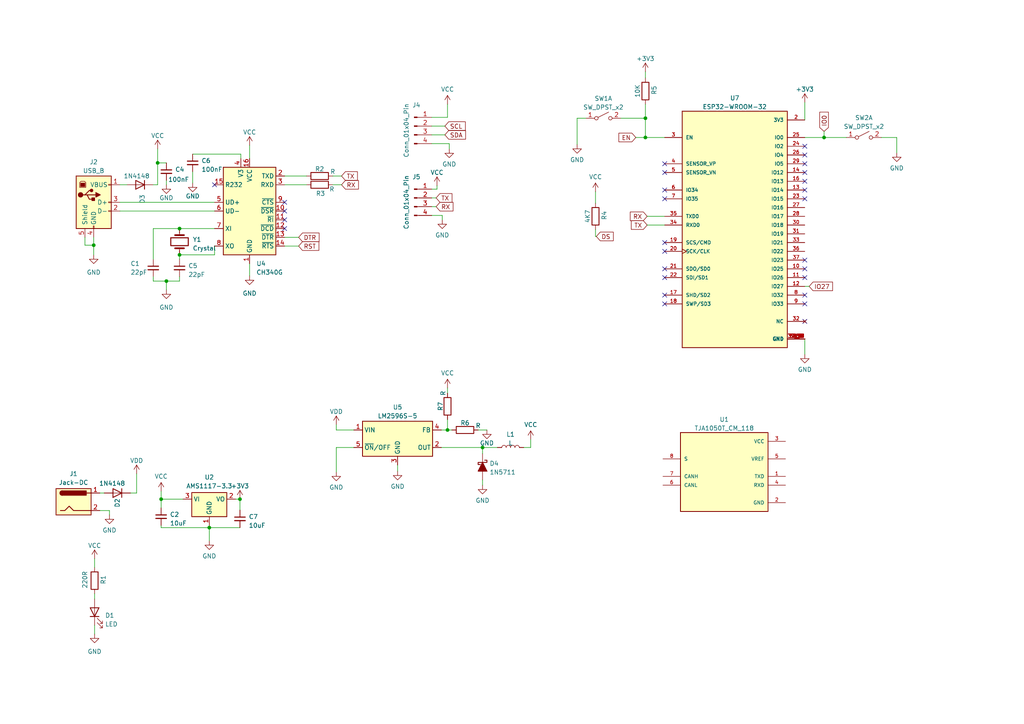
<source format=kicad_sch>
(kicad_sch (version 20230121) (generator eeschema)
  (paper "A4")
  (lib_symbols
    (symbol "Connector:Conn_01x04_Pin" (pin_names (offset 1.016) hide)
      (property "Reference" "J" (at 0 5.08 0))
      (property "Value" "Conn_01x04_Pin" (at 0 -7.62 0))
      (symbol "Conn_01x04_Pin_1_1"
        (polyline (pts (xy 1.27 -5.08) (xy 0.8636 -5.08)) (stroke (width 0.1524)))
        (polyline (pts (xy 1.27 -2.54) (xy 0.8636 -2.54)) (stroke (width 0.1524)))
        (polyline (pts (xy 1.27 0) (xy 0.8636 0)) (stroke (width 0.1524)))
        (polyline (pts (xy 1.27 2.54) (xy 0.8636 2.54)) (stroke (width 0.1524)))
        (rectangle (start 0.8636 -4.953) (end 0 -5.207) (stroke (width 0.1524)) (fill (type outline)))
        (rectangle (start 0.8636 -2.413) (end 0 -2.667) (stroke (width 0.1524)) (fill (type outline)))
        (rectangle (start 0.8636 0.127) (end 0 -0.127) (stroke (width 0.1524)) (fill (type outline)))
        (rectangle (start 0.8636 2.667) (end 0 2.413) (stroke (width 0.1524)) (fill (type outline)))
        (pin passive line (at 5.08 2.54 180) (length 3.81) (name "Pin_1") (number "1"))
        (pin passive line (at 5.08 0 180) (length 3.81) (name "Pin_2") (number "2"))
        (pin passive line (at 5.08 -2.54 180) (length 3.81) (name "Pin_3") (number "3"))
        (pin passive line (at 5.08 -5.08 180) (length 3.81) (name "Pin_4") (number "4"))
      )
    )
    (symbol "Connector:Jack-DC" (pin_names (offset 1.016))
      (property "Reference" "J" (at 0 5.334 0))
      (property "Value" "Jack-DC" (at 0 -5.08 0))
      (symbol "Jack-DC_0_1"
        (rectangle (start -5.08 3.81) (end 5.08 -3.81) (stroke (width 0.254)) (fill (type background)))
        (arc (start -3.302 3.175) (mid -3.9343 2.54) (end -3.302 1.905) (stroke (width 0.254)))
        (arc (start -3.302 3.175) (mid -3.9343 2.54) (end -3.302 1.905) (stroke (width 0.254)) (fill (type outline)))
        (polyline (pts (xy 5.08 2.54) (xy 3.81 2.54)) (stroke (width 0.254)))
        (polyline (pts (xy -3.81 -2.54) (xy -2.54 -2.54) (xy -1.27 -1.27) (xy 0 -2.54) (xy 2.54 -2.54) (xy 5.08 -2.54)) (stroke (width 0.254)))
        (rectangle (start 3.683 3.175) (end -3.302 1.905) (stroke (width 0.254)) (fill (type outline)))
      )
      (symbol "Jack-DC_1_1"
        (pin passive line (at 7.62 2.54 180) (length 2.54) (name "~") (number "1"))
        (pin passive line (at 7.62 -2.54 180) (length 2.54) (name "~") (number "2"))
      )
    )
    (symbol "Connector:USB_B" (pin_names (offset 1.016))
      (property "Reference" "J" (at -5.08 11.43 0))
      (property "Value" "USB_B" (at -5.08 8.89 0))
      (symbol "USB_B_0_1"
        (rectangle (start -5.08 -7.62) (end 5.08 7.62) (stroke (width 0.254)) (fill (type background)))
        (circle (center -3.81 2.159) (radius 0.635) (stroke (width 0.254)) (fill (type outline)))
        (rectangle (start -3.81 5.588) (end -2.54 4.572) (fill (type outline)))
        (circle (center -0.635 3.429) (radius 0.381) (stroke (width 0.254)) (fill (type outline)))
        (rectangle (start -0.127 -7.62) (end 0.127 -6.858))
        (polyline (pts (xy -1.905 2.159) (xy 0.635 2.159)) (stroke (width 0.254)))
        (polyline (pts (xy -3.175 2.159) (xy -2.54 2.159) (xy -1.27 3.429) (xy -0.635 3.429)) (stroke (width 0.254)))
        (polyline (pts (xy -2.54 2.159) (xy -1.905 2.159) (xy -1.27 0.889) (xy 0 0.889)) (stroke (width 0.254)))
        (polyline (pts (xy 0.635 2.794) (xy 0.635 1.524) (xy 1.905 2.159) (xy 0.635 2.794)) (stroke (width 0.254)) (fill (type outline)))
        (polyline (pts (xy -4.064 4.318) (xy -2.286 4.318) (xy -2.286 5.715) (xy -2.667 6.096) (xy -3.683 6.096) (xy -4.064 5.715) (xy -4.064 4.318)))
        (rectangle (start 0.254 1.27) (end -0.508 0.508) (stroke (width 0.254)) (fill (type outline)))
        (rectangle (start 5.08 -2.667) (end 4.318 -2.413))
        (rectangle (start 5.08 -0.127) (end 4.318 0.127))
        (rectangle (start 5.08 4.953) (end 4.318 5.207))
      )
      (symbol "USB_B_1_1"
        (pin power_out line (at 7.62 5.08 180) (length 2.54) (name "VBUS") (number "1"))
        (pin bidirectional line (at 7.62 -2.54 180) (length 2.54) (name "D-") (number "2"))
        (pin bidirectional line (at 7.62 0 180) (length 2.54) (name "D+") (number "3"))
        (pin power_out line (at 0 -10.16 90) (length 2.54) (name "GND") (number "4"))
        (pin passive line (at -2.54 -10.16 90) (length 2.54) (name "Shield") (number "5"))
      )
    )
    (symbol "Device:C_Small" (pin_numbers hide) (pin_names (offset 0.254) hide)
      (property "Reference" "C" (at 0.254 1.778 0))
      (property "Value" "C_Small" (at 0.254 -2.032 0))
      (symbol "C_Small_0_1"
        (polyline (pts (xy -1.524 -0.508) (xy 1.524 -0.508)) (stroke (width 0.3302)))
        (polyline (pts (xy -1.524 0.508) (xy 1.524 0.508)) (stroke (width 0.3048)))
      )
      (symbol "C_Small_1_1"
        (pin passive line (at 0 2.54 270) (length 2.032) (name "~") (number "1"))
        (pin passive line (at 0 -2.54 90) (length 2.032) (name "~") (number "2"))
      )
    )
    (symbol "Device:Crystal" (pin_numbers hide) (pin_names (offset 1.016) hide)
      (property "Reference" "Y" (at 0 3.81 0))
      (property "Value" "Crystal" (at 0 -3.81 0))
      (symbol "Crystal_0_1"
        (rectangle (start -1.143 2.54) (end 1.143 -2.54) (stroke (width 0.3048)))
        (polyline (pts (xy -2.54 0) (xy -1.905 0)))
        (polyline (pts (xy -1.905 -1.27) (xy -1.905 1.27)) (stroke (width 0.508)))
        (polyline (pts (xy 1.905 -1.27) (xy 1.905 1.27)) (stroke (width 0.508)))
        (polyline (pts (xy 2.54 0) (xy 1.905 0)))
      )
      (symbol "Crystal_1_1"
        (pin passive line (at -3.81 0 0) (length 1.27) (name "1") (number "1"))
        (pin passive line (at 3.81 0 180) (length 1.27) (name "2") (number "2"))
      )
    )
    (symbol "Device:L" (pin_numbers hide) (pin_names (offset 1.016) hide)
      (property "Reference" "L" (at -1.27 0 90))
      (property "Value" "L" (at 1.905 0 90))
      (symbol "L_0_1"
        (arc (start 0 -2.54) (mid 0.6323 -1.905) (end 0 -1.27))
        (arc (start 0 -1.27) (mid 0.6323 -0.635) (end 0 0))
        (arc (start 0 0) (mid 0.6323 0.635) (end 0 1.27))
        (arc (start 0 1.27) (mid 0.6323 1.905) (end 0 2.54))
      )
      (symbol "L_1_1"
        (pin passive line (at 0 3.81 270) (length 1.27) (name "1") (number "1"))
        (pin passive line (at 0 -3.81 90) (length 1.27) (name "2") (number "2"))
      )
    )
    (symbol "Device:LED" (pin_numbers hide) (pin_names (offset 1.016) hide)
      (property "Reference" "D" (at 0 2.54 0))
      (property "Value" "LED" (at 0 -2.54 0))
      (symbol "LED_0_1"
        (polyline (pts (xy -1.27 -1.27) (xy -1.27 1.27)) (stroke (width 0.254)))
        (polyline (pts (xy -1.27 0) (xy 1.27 0)))
        (polyline (pts (xy 1.27 -1.27) (xy 1.27 1.27) (xy -1.27 0) (xy 1.27 -1.27)) (stroke (width 0.254)))
        (polyline (pts (xy -3.048 -0.762) (xy -4.572 -2.286) (xy -3.81 -2.286) (xy -4.572 -2.286) (xy -4.572 -1.524)))
        (polyline (pts (xy -1.778 -0.762) (xy -3.302 -2.286) (xy -2.54 -2.286) (xy -3.302 -2.286) (xy -3.302 -1.524)))
      )
      (symbol "LED_1_1"
        (pin passive line (at -3.81 0 0) (length 2.54) (name "K") (number "1"))
        (pin passive line (at 3.81 0 180) (length 2.54) (name "A") (number "2"))
      )
    )
    (symbol "Device:R" (pin_numbers hide) (pin_names (offset 0))
      (property "Reference" "R" (at 2.032 0 90))
      (property "Value" "R" (at 0 0 90))
      (symbol "R_0_1"
        (rectangle (start -1.016 -2.54) (end 1.016 2.54) (stroke (width 0.254)))
      )
      (symbol "R_1_1"
        (pin passive line (at 0 3.81 270) (length 1.27) (name "~") (number "1"))
        (pin passive line (at 0 -3.81 90) (length 1.27) (name "~") (number "2"))
      )
    )
    (symbol "Diode:1N4148" (pin_numbers hide) (pin_names hide)
      (property "Reference" "D" (at 0 2.54 0))
      (property "Value" "1N4148" (at 0 -2.54 0))
      (symbol "1N4148_0_1"
        (polyline (pts (xy -1.27 1.27) (xy -1.27 -1.27)) (stroke (width 0.254)))
        (polyline (pts (xy 1.27 0) (xy -1.27 0)))
        (polyline (pts (xy 1.27 1.27) (xy 1.27 -1.27) (xy -1.27 0) (xy 1.27 1.27)) (stroke (width 0.254)))
      )
      (symbol "1N4148_1_1"
        (pin passive line (at -3.81 0 0) (length 2.54) (name "K") (number "1"))
        (pin passive line (at 3.81 0 180) (length 2.54) (name "A") (number "2"))
      )
    )
    (symbol "ESP32-WROOM-32:ESP32-WROOM-32" (pin_names (offset 1.016))
      (property "Reference" "U" (at -15.0359 36.6745 0))
      (property "Value" "ESP32-WROOM-32" (at -15.2867 -35.6681 0))
      (symbol "ESP32-WROOM-32_0_0"
        (rectangle (start -15.24 -33.02) (end 15.24 35.56) (stroke (width 0.254)) (fill (type background)))
        (pin power_in line (at 20.32 -30.48 180) (length 5.08) (name "GND") (number "1"))
        (pin bidirectional line (at 20.32 -10.16 180) (length 5.08) (name "IO25") (number "10"))
        (pin bidirectional line (at 20.32 -12.7 180) (length 5.08) (name "IO26") (number "11"))
        (pin bidirectional line (at 20.32 -15.24 180) (length 5.08) (name "IO27") (number "12"))
        (pin bidirectional line (at 20.32 12.7 180) (length 5.08) (name "IO14") (number "13"))
        (pin bidirectional line (at 20.32 17.78 180) (length 5.08) (name "IO12") (number "14"))
        (pin power_in line (at 20.32 -30.48 180) (length 5.08) (name "GND") (number "15"))
        (pin bidirectional line (at 20.32 15.24 180) (length 5.08) (name "IO13") (number "16"))
        (pin bidirectional line (at -20.32 -17.78 0) (length 5.08) (name "SHD/SD2") (number "17"))
        (pin bidirectional line (at -20.32 -20.32 0) (length 5.08) (name "SWP/SD3") (number "18"))
        (pin bidirectional line (at -20.32 -2.54 0) (length 5.08) (name "SCS/CMD") (number "19"))
        (pin power_in line (at 20.32 33.02 180) (length 5.08) (name "3V3") (number "2"))
        (pin bidirectional clock (at -20.32 -5.08 0) (length 5.08) (name "SCK/CLK") (number "20"))
        (pin bidirectional line (at -20.32 -10.16 0) (length 5.08) (name "SDO/SD0") (number "21"))
        (pin bidirectional line (at -20.32 -12.7 0) (length 5.08) (name "SDI/SD1") (number "22"))
        (pin bidirectional line (at 20.32 10.16 180) (length 5.08) (name "IO15") (number "23"))
        (pin bidirectional line (at 20.32 25.4 180) (length 5.08) (name "IO2") (number "24"))
        (pin bidirectional line (at 20.32 27.94 180) (length 5.08) (name "IO0") (number "25"))
        (pin bidirectional line (at 20.32 22.86 180) (length 5.08) (name "IO4") (number "26"))
        (pin bidirectional line (at 20.32 7.62 180) (length 5.08) (name "IO16") (number "27"))
        (pin bidirectional line (at 20.32 5.08 180) (length 5.08) (name "IO17") (number "28"))
        (pin bidirectional line (at 20.32 20.32 180) (length 5.08) (name "IO5") (number "29"))
        (pin input line (at -20.32 27.94 0) (length 5.08) (name "EN") (number "3"))
        (pin bidirectional line (at 20.32 2.54 180) (length 5.08) (name "IO18") (number "30"))
        (pin bidirectional line (at 20.32 0 180) (length 5.08) (name "IO19") (number "31"))
        (pin no_connect line (at 20.32 -25.4 180) (length 5.08) (name "NC") (number "32"))
        (pin bidirectional line (at 20.32 -2.54 180) (length 5.08) (name "IO21") (number "33"))
        (pin bidirectional line (at -20.32 2.54 0) (length 5.08) (name "RXD0") (number "34"))
        (pin bidirectional line (at -20.32 5.08 0) (length 5.08) (name "TXD0") (number "35"))
        (pin bidirectional line (at 20.32 -5.08 180) (length 5.08) (name "IO22") (number "36"))
        (pin bidirectional line (at 20.32 -7.62 180) (length 5.08) (name "IO23") (number "37"))
        (pin power_in line (at 20.32 -30.48 180) (length 5.08) (name "GND") (number "38"))
        (pin power_in line (at 20.32 -30.48 180) (length 5.08) (name "GND") (number "39_1"))
        (pin power_in line (at 20.32 -30.48 180) (length 5.08) (name "GND") (number "39_10"))
        (pin power_in line (at 20.32 -30.48 180) (length 5.08) (name "GND") (number "39_11"))
        (pin power_in line (at 20.32 -30.48 180) (length 5.08) (name "GND") (number "39_12"))
        (pin power_in line (at 20.32 -30.48 180) (length 5.08) (name "GND") (number "39_13"))
        (pin power_in line (at 20.32 -30.48 180) (length 5.08) (name "GND") (number "39_14"))
        (pin power_in line (at 20.32 -30.48 180) (length 5.08) (name "GND") (number "39_15"))
        (pin power_in line (at 20.32 -30.48 180) (length 5.08) (name "GND") (number "39_16"))
        (pin power_in line (at 20.32 -30.48 180) (length 5.08) (name "GND") (number "39_17"))
        (pin power_in line (at 20.32 -30.48 180) (length 5.08) (name "GND") (number "39_18"))
        (pin power_in line (at 20.32 -30.48 180) (length 5.08) (name "GND") (number "39_19"))
        (pin power_in line (at 20.32 -30.48 180) (length 5.08) (name "GND") (number "39_2"))
        (pin power_in line (at 20.32 -30.48 180) (length 5.08) (name "GND") (number "39_20"))
        (pin power_in line (at 20.32 -30.48 180) (length 5.08) (name "GND") (number "39_21"))
        (pin power_in line (at 20.32 -30.48 180) (length 5.08) (name "GND") (number "39_3"))
        (pin power_in line (at 20.32 -30.48 180) (length 5.08) (name "GND") (number "39_4"))
        (pin power_in line (at 20.32 -30.48 180) (length 5.08) (name "GND") (number "39_5"))
        (pin power_in line (at 20.32 -30.48 180) (length 5.08) (name "GND") (number "39_6"))
        (pin power_in line (at 20.32 -30.48 180) (length 5.08) (name "GND") (number "39_7"))
        (pin power_in line (at 20.32 -30.48 180) (length 5.08) (name "GND") (number "39_8"))
        (pin power_in line (at 20.32 -30.48 180) (length 5.08) (name "GND") (number "39_9"))
        (pin input line (at -20.32 20.32 0) (length 5.08) (name "SENSOR_VP") (number "4"))
        (pin input line (at -20.32 17.78 0) (length 5.08) (name "SENSOR_VN") (number "5"))
        (pin input line (at -20.32 12.7 0) (length 5.08) (name "IO34") (number "6"))
        (pin input line (at -20.32 10.16 0) (length 5.08) (name "IO35") (number "7"))
        (pin bidirectional line (at 20.32 -17.78 180) (length 5.08) (name "IO32") (number "8"))
        (pin bidirectional line (at 20.32 -20.32 180) (length 5.08) (name "IO33") (number "9"))
      )
    )
    (symbol "Interface_USB:CH340G"
      (property "Reference" "U" (at -5.08 13.97 0))
      (property "Value" "CH340G" (at 1.27 13.97 0))
      (symbol "CH340G_0_1"
        (rectangle (start -7.62 12.7) (end 7.62 -12.7) (stroke (width 0.254)) (fill (type background)))
      )
      (symbol "CH340G_1_1"
        (pin power_in line (at 0 -15.24 90) (length 2.54) (name "GND") (number "1"))
        (pin input line (at 10.16 0 180) (length 2.54) (name "~{DSR}") (number "10"))
        (pin input line (at 10.16 -2.54 180) (length 2.54) (name "~{RI}") (number "11"))
        (pin input line (at 10.16 -5.08 180) (length 2.54) (name "~{DCD}") (number "12"))
        (pin output line (at 10.16 -7.62 180) (length 2.54) (name "~{DTR}") (number "13"))
        (pin output line (at 10.16 -10.16 180) (length 2.54) (name "~{RTS}") (number "14"))
        (pin input line (at -10.16 7.62 0) (length 2.54) (name "R232") (number "15"))
        (pin power_in line (at 0 15.24 270) (length 2.54) (name "VCC") (number "16"))
        (pin output line (at 10.16 10.16 180) (length 2.54) (name "TXD") (number "2"))
        (pin input line (at 10.16 7.62 180) (length 2.54) (name "RXD") (number "3"))
        (pin passive line (at -2.54 15.24 270) (length 2.54) (name "V3") (number "4"))
        (pin bidirectional line (at -10.16 2.54 0) (length 2.54) (name "UD+") (number "5"))
        (pin bidirectional line (at -10.16 0 0) (length 2.54) (name "UD-") (number "6"))
        (pin input line (at -10.16 -5.08 0) (length 2.54) (name "XI") (number "7"))
        (pin output line (at -10.16 -10.16 0) (length 2.54) (name "XO") (number "8"))
        (pin input line (at 10.16 2.54 180) (length 2.54) (name "~{CTS}") (number "9"))
      )
    )
    (symbol "PCM_Diode_Schottky_AKL:1N5711" (pin_numbers hide) (pin_names (offset 1.016) hide)
      (property "Reference" "D" (at 0 5.08 0))
      (property "Value" "1N5711" (at 0 2.54 0))
      (symbol "1N5711_0_1"
        (polyline (pts (xy -1.27 0) (xy 1.27 0)))
        (polyline (pts (xy -1.27 -1.27) (xy -1.27 1.27) (xy 1.27 0) (xy -1.27 -1.27)) (stroke (width 0.254)) (fill (type outline)))
        (polyline (pts (xy 1.905 -0.635) (xy 1.905 -1.27) (xy 1.27 -1.27) (xy 1.27 1.27) (xy 0.635 1.27) (xy 0.635 0.635)) (stroke (width 0.254)))
      )
      (symbol "1N5711_1_1"
        (pin passive line (at 3.81 0 180) (length 2.54) (name "K") (number "1"))
        (pin passive line (at -3.81 0 0) (length 2.54) (name "A") (number "2"))
      )
    )
    (symbol "Regulator_Linear:AMS1117-3.3"
      (property "Reference" "U" (at -3.81 3.175 0))
      (property "Value" "AMS1117-3.3" (at 0 3.175 0))
      (symbol "AMS1117-3.3_0_1"
        (rectangle (start -5.08 -5.08) (end 5.08 1.905) (stroke (width 0.254)) (fill (type background)))
      )
      (symbol "AMS1117-3.3_1_1"
        (pin power_in line (at 0 -7.62 90) (length 2.54) (name "GND") (number "1"))
        (pin power_out line (at 7.62 0 180) (length 2.54) (name "VO") (number "2"))
        (pin power_in line (at -7.62 0 0) (length 2.54) (name "VI") (number "3"))
      )
    )
    (symbol "Regulator_Switching:LM2596S-5"
      (property "Reference" "U" (at -10.16 6.35 0))
      (property "Value" "LM2596S-5" (at 0 6.35 0))
      (symbol "LM2596S-5_0_1"
        (rectangle (start -10.16 5.08) (end 10.16 -5.08) (stroke (width 0.254)) (fill (type background)))
      )
      (symbol "LM2596S-5_1_1"
        (pin power_in line (at -12.7 2.54 0) (length 2.54) (name "VIN") (number "1"))
        (pin output line (at 12.7 -2.54 180) (length 2.54) (name "OUT") (number "2"))
        (pin power_in line (at 0 -7.62 90) (length 2.54) (name "GND") (number "3"))
        (pin input line (at 12.7 2.54 180) (length 2.54) (name "FB") (number "4"))
        (pin input line (at -12.7 -2.54 0) (length 2.54) (name "~{ON}/OFF") (number "5"))
      )
    )
    (symbol "Switch:SW_DPST_x2" (pin_names (offset 0) hide)
      (property "Reference" "SW" (at 0 3.175 0))
      (property "Value" "SW_DPST_x2" (at 0 -2.54 0))
      (symbol "SW_DPST_x2_0_0"
        (circle (center -2.032 0) (radius 0.508))
        (polyline (pts (xy -1.524 0.254) (xy 1.524 1.778)))
        (circle (center 2.032 0) (radius 0.508))
      )
      (symbol "SW_DPST_x2_1_1"
        (pin passive line (at -5.08 0 0) (length 2.54) (name "A") (number "1"))
        (pin passive line (at 5.08 0 180) (length 2.54) (name "B") (number "2"))
      )
      (symbol "SW_DPST_x2_2_1"
        (pin passive line (at -5.08 0 0) (length 2.54) (name "A") (number "3"))
        (pin passive line (at 5.08 0 180) (length 2.54) (name "B") (number "4"))
      )
    )
    (symbol "TJA1050T_CM_118:TJA1050T_CM_118" (pin_names (offset 1.016))
      (property "Reference" "U" (at -12.7 11.049 0))
      (property "Value" "TJA1050T_CM_118" (at -12.7 -15.24 0))
      (symbol "TJA1050T_CM_118_0_0"
        (rectangle (start -12.7 -12.7) (end 12.7 10.16) (stroke (width 0.254)) (fill (type background)))
        (pin input line (at 17.78 -2.54 180) (length 5.08) (name "TXD") (number "1"))
        (pin power_in line (at 17.78 -10.16 180) (length 5.08) (name "GND") (number "2"))
        (pin power_in line (at 17.78 7.62 180) (length 5.08) (name "VCC") (number "3"))
        (pin output line (at 17.78 -5.08 180) (length 5.08) (name "RXD") (number "4"))
        (pin output line (at 17.78 2.54 180) (length 5.08) (name "VREF") (number "5"))
        (pin bidirectional line (at -17.78 -5.08 0) (length 5.08) (name "CANL") (number "6"))
        (pin bidirectional line (at -17.78 -2.54 0) (length 5.08) (name "CANH") (number "7"))
        (pin input line (at -17.78 2.54 0) (length 5.08) (name "S") (number "8"))
      )
    )
    (symbol "power:+3V3" (power) (pin_names (offset 0))
      (property "Value" "+3V3" (at 0 3.556 0))
      (symbol "+3V3_0_1"
        (polyline (pts (xy -0.762 1.27) (xy 0 2.54)))
        (polyline (pts (xy 0 0) (xy 0 2.54)))
        (polyline (pts (xy 0 2.54) (xy 0.762 1.27)))
      )
      (symbol "+3V3_1_1"
        (pin power_in line (at 0 0 90) (length 0) hide (name "+3V3") (number "1"))
      )
    )
    (symbol "power:GND" (power) (pin_names (offset 0))
      (property "Value" "GND" (at 0 -3.81 0))
      (symbol "GND_0_1"
        (polyline (pts (xy 0 0) (xy 0 -1.27) (xy 1.27 -1.27) (xy 0 -2.54) (xy -1.27 -1.27) (xy 0 -1.27)))
      )
      (symbol "GND_1_1"
        (pin power_in line (at 0 0 270) (length 0) hide (name "GND") (number "1"))
      )
    )
    (symbol "power:VCC" (power) (pin_names (offset 0))
      (property "Value" "VCC" (at 0 3.81 0))
      (symbol "VCC_0_1"
        (polyline (pts (xy -0.762 1.27) (xy 0 2.54)))
        (polyline (pts (xy 0 0) (xy 0 2.54)))
        (polyline (pts (xy 0 2.54) (xy 0.762 1.27)))
      )
      (symbol "VCC_1_1"
        (pin power_in line (at 0 0 90) (length 0) hide (name "VCC") (number "1"))
      )
    )
    (symbol "power:VDD" (power) (pin_names (offset 0))
      (property "Value" "VDD" (at 0 3.81 0))
      (symbol "VDD_0_1"
        (polyline (pts (xy -0.762 1.27) (xy 0 2.54)))
        (polyline (pts (xy 0 0) (xy 0 2.54)))
        (polyline (pts (xy 0 2.54) (xy 0.762 1.27)))
      )
      (symbol "VDD_1_1"
        (pin power_in line (at 0 0 90) (length 0) hide (name "VDD") (number "1"))
      )
    )
  )
  (junction (at 139.954 129.794))
  (junction (at 48.26 81.534))
  (junction (at 46.736 144.78))
  (junction (at 27.178 71.12))
  (junction (at 45.72 47.244))
  (junction (at 69.596 144.78))
  (junction (at 187.198 34.29))
  (junction (at 129.794 124.714))
  (junction (at 52.07 66.294))
  (junction (at 52.07 73.914))
  (junction (at 60.706 153.035))
  (junction (at 187.198 39.878))
  (junction (at 239.014 39.878))
  (no_connect (at 233.426 88.138))
  (no_connect (at 233.426 80.518))
  (no_connect (at 192.786 50.038))
  (no_connect (at 233.426 52.578))
  (no_connect (at 233.426 85.598))
  (no_connect (at 192.786 70.358))
  (no_connect (at 192.786 47.498))
  (no_connect (at 233.426 47.498))
  (no_connect (at 192.786 57.658))
  (no_connect (at 62.23 53.594))
  (no_connect (at 192.786 88.138))
  (no_connect (at 233.426 57.658))
  (no_connect (at 82.55 63.754))
  (no_connect (at 233.426 50.038))
  (no_connect (at 82.55 58.674))
  (no_connect (at 192.786 55.118))
  (no_connect (at 192.786 80.518))
  (no_connect (at 233.426 44.958))
  (no_connect (at 192.786 72.898))
  (no_connect (at 192.786 77.978))
  (no_connect (at 192.786 85.598))
  (no_connect (at 82.55 61.214))
  (no_connect (at 233.426 77.978))
  (no_connect (at 233.426 55.118))
  (no_connect (at 233.426 93.218))
  (no_connect (at 82.55 66.294))
  (no_connect (at 233.426 42.418))
  (no_connect (at 233.426 75.438))
  (wire (pts (xy 34.798 61.214) (xy 62.23 61.214)))
  (wire (pts (xy 24.638 68.834) (xy 24.638 71.12)))
  (wire (pts (xy 187.198 20.828) (xy 187.198 22.606)))
  (wire (pts (xy 31.75 148.082) (xy 28.956 148.082)))
  (wire (pts (xy 82.55 68.834) (xy 86.614 68.834)))
  (wire (pts (xy 125.222 59.944) (xy 126.492 59.944)))
  (wire (pts (xy 129.794 121.666) (xy 129.794 124.714)))
  (wire (pts (xy 55.88 44.704) (xy 69.85 44.704)))
  (wire (pts (xy 69.85 44.704) (xy 69.85 45.974)))
  (wire (pts (xy 153.924 129.794) (xy 151.892 129.794)))
  (wire (pts (xy 187.706 65.278) (xy 192.786 65.278)))
  (wire (pts (xy 69.596 144.78) (xy 69.596 147.955)))
  (wire (pts (xy 129.794 34.036) (xy 125.222 34.036)))
  (wire (pts (xy 44.45 53.594) (xy 45.72 53.594)))
  (wire (pts (xy 45.72 53.594) (xy 45.72 47.244)))
  (wire (pts (xy 255.651 39.878) (xy 260.096 39.878)))
  (wire (pts (xy 167.386 34.29) (xy 169.926 34.29)))
  (wire (pts (xy 233.426 39.878) (xy 239.014 39.878)))
  (wire (pts (xy 45.72 47.244) (xy 48.26 47.244)))
  (wire (pts (xy 187.198 30.226) (xy 187.198 34.29)))
  (wire (pts (xy 27.178 71.12) (xy 27.178 73.914)))
  (wire (pts (xy 46.736 153.035) (xy 46.736 152.4)))
  (wire (pts (xy 72.39 42.164) (xy 72.39 45.974)))
  (wire (pts (xy 48.26 81.534) (xy 44.45 81.534)))
  (wire (pts (xy 44.45 75.184) (xy 44.45 66.294)))
  (wire (pts (xy 44.45 81.534) (xy 44.45 80.264)))
  (wire (pts (xy 44.45 66.294) (xy 52.07 66.294)))
  (wire (pts (xy 27.432 162.052) (xy 27.432 164.592)))
  (wire (pts (xy 52.07 73.914) (xy 62.23 73.914)))
  (wire (pts (xy 48.26 81.534) (xy 48.26 84.074)))
  (wire (pts (xy 97.536 136.906) (xy 97.536 129.794)))
  (wire (pts (xy 24.638 71.12) (xy 27.178 71.12)))
  (wire (pts (xy 52.07 73.914) (xy 52.07 75.184)))
  (wire (pts (xy 239.014 39.878) (xy 245.491 39.878)))
  (wire (pts (xy 34.798 53.594) (xy 36.83 53.594)))
  (wire (pts (xy 184.404 39.878) (xy 187.198 39.878)))
  (wire (pts (xy 180.086 34.29) (xy 187.198 34.29)))
  (wire (pts (xy 126.746 53.848) (xy 126.746 54.864)))
  (wire (pts (xy 172.974 68.58) (xy 172.72 68.58)))
  (wire (pts (xy 82.55 51.054) (xy 88.9 51.054)))
  (wire (pts (xy 39.624 137.414) (xy 39.624 143.002)))
  (wire (pts (xy 187.198 34.29) (xy 187.198 39.878)))
  (wire (pts (xy 129.794 124.714) (xy 128.016 124.714)))
  (wire (pts (xy 46.736 147.32) (xy 46.736 144.78)))
  (wire (pts (xy 172.72 68.58) (xy 172.72 66.548)))
  (wire (pts (xy 233.426 83.058) (xy 234.696 83.058)))
  (wire (pts (xy 46.736 142.494) (xy 46.736 144.78)))
  (wire (pts (xy 97.536 129.794) (xy 102.616 129.794)))
  (wire (pts (xy 233.426 29.718) (xy 233.426 34.798)))
  (wire (pts (xy 260.096 39.878) (xy 260.096 44.323)))
  (wire (pts (xy 167.386 41.91) (xy 167.386 34.29)))
  (wire (pts (xy 52.07 80.264) (xy 52.07 81.534)))
  (wire (pts (xy 96.52 53.594) (xy 99.06 53.594)))
  (wire (pts (xy 126.746 54.864) (xy 125.222 54.864)))
  (wire (pts (xy 60.706 152.4) (xy 60.706 153.035)))
  (wire (pts (xy 139.954 129.794) (xy 128.016 129.794)))
  (wire (pts (xy 52.07 66.294) (xy 62.23 66.294)))
  (wire (pts (xy 34.798 58.674) (xy 62.23 58.674)))
  (wire (pts (xy 72.39 76.454) (xy 72.39 80.01)))
  (wire (pts (xy 138.684 124.714) (xy 141.224 124.714)))
  (wire (pts (xy 115.316 134.874) (xy 115.316 136.652)))
  (wire (pts (xy 82.55 53.594) (xy 88.9 53.594)))
  (wire (pts (xy 128.27 63.754) (xy 128.27 62.484)))
  (wire (pts (xy 31.75 149.352) (xy 31.75 148.082)))
  (wire (pts (xy 68.326 144.78) (xy 69.596 144.78)))
  (wire (pts (xy 172.72 55.626) (xy 172.72 58.928)))
  (wire (pts (xy 97.536 124.714) (xy 102.616 124.714)))
  (wire (pts (xy 37.846 143.002) (xy 39.624 143.002)))
  (wire (pts (xy 129.794 112.522) (xy 129.794 114.046)))
  (wire (pts (xy 129.794 30.226) (xy 129.794 34.036)))
  (wire (pts (xy 60.706 153.035) (xy 60.706 156.845)))
  (wire (pts (xy 28.956 143.002) (xy 30.226 143.002)))
  (wire (pts (xy 52.07 81.534) (xy 48.26 81.534)))
  (wire (pts (xy 97.536 123.19) (xy 97.536 124.714)))
  (wire (pts (xy 69.596 153.035) (xy 60.706 153.035)))
  (wire (pts (xy 45.72 47.244) (xy 45.72 43.18)))
  (wire (pts (xy 139.954 139.192) (xy 139.954 140.716)))
  (wire (pts (xy 139.954 131.572) (xy 139.954 129.794)))
  (wire (pts (xy 125.222 57.404) (xy 126.492 57.404)))
  (wire (pts (xy 125.222 39.116) (xy 129.032 39.116)))
  (wire (pts (xy 153.924 127.508) (xy 153.924 129.794)))
  (wire (pts (xy 187.706 62.738) (xy 192.786 62.738)))
  (wire (pts (xy 62.23 71.374) (xy 62.23 73.914)))
  (wire (pts (xy 125.222 41.656) (xy 130.302 41.656)))
  (wire (pts (xy 125.222 36.576) (xy 129.032 36.576)))
  (wire (pts (xy 139.954 129.794) (xy 144.272 129.794)))
  (wire (pts (xy 82.55 71.374) (xy 86.614 71.374)))
  (wire (pts (xy 48.26 52.324) (xy 48.26 53.594)))
  (wire (pts (xy 96.52 51.054) (xy 99.06 51.054)))
  (wire (pts (xy 27.432 172.212) (xy 27.432 173.736)))
  (wire (pts (xy 46.736 144.78) (xy 53.086 144.78)))
  (wire (pts (xy 130.302 41.656) (xy 130.302 43.18)))
  (wire (pts (xy 128.27 62.484) (xy 125.222 62.484)))
  (wire (pts (xy 27.432 181.356) (xy 27.432 183.896)))
  (wire (pts (xy 60.706 153.035) (xy 46.736 153.035)))
  (wire (pts (xy 129.794 124.714) (xy 131.064 124.714)))
  (wire (pts (xy 55.88 49.784) (xy 55.88 53.086)))
  (wire (pts (xy 187.198 39.878) (xy 192.786 39.878)))
  (wire (pts (xy 233.426 102.743) (xy 233.426 98.298)))
  (wire (pts (xy 27.178 68.834) (xy 27.178 71.12)))
  (wire (pts (xy 239.014 38.1) (xy 239.014 39.878)))
  (global_label "TX" (shape input) (at 187.706 65.278 180) (property "Intersheetrefs" "${INTERSHEET_REFS}" (effects hide)))
  (global_label "IO27" (shape input) (at 234.696 83.058 0) (property "Intersheetrefs" "${INTERSHEET_REFS}" (effects hide)))
  (global_label "TX" (shape input) (at 99.06 51.054 0) (property "Intersheetrefs" "${INTERSHEET_REFS}" (effects hide)))
  (global_label "TX" (shape input) (at 126.492 57.404 0) (property "Intersheetrefs" "${INTERSHEET_REFS}" (effects hide)))
  (global_label "IO0" (shape input) (at 239.014 38.1 90) (property "Intersheetrefs" "${INTERSHEET_REFS}" (effects hide)))
  (global_label "DTR" (shape input) (at 86.614 68.834 0) (property "Intersheetrefs" "${INTERSHEET_REFS}" (effects hide)))
  (global_label "RX" (shape input) (at 126.492 59.944 0) (property "Intersheetrefs" "${INTERSHEET_REFS}" (effects hide)))
  (global_label "RX" (shape input) (at 187.706 62.738 180) (property "Intersheetrefs" "${INTERSHEET_REFS}" (effects hide)))
  (global_label "SCL" (shape input) (at 129.032 36.576 0) (property "Intersheetrefs" "${INTERSHEET_REFS}" (effects hide)))
  (global_label "EN" (shape input) (at 184.404 39.878 180) (property "Intersheetrefs" "${INTERSHEET_REFS}" (effects hide)))
  (global_label "RST" (shape input) (at 86.614 71.374 0) (property "Intersheetrefs" "${INTERSHEET_REFS}" (effects hide)))
  (global_label "RX" (shape input) (at 99.06 53.594 0) (property "Intersheetrefs" "${INTERSHEET_REFS}" (effects hide)))
  (global_label "DS" (shape input) (at 172.974 68.58 0) (property "Intersheetrefs" "${INTERSHEET_REFS}" (effects hide)))
  (global_label "SDA" (shape input) (at 129.032 39.116 0) (property "Intersheetrefs" "${INTERSHEET_REFS}" (effects hide)))
  (symbol (lib_id "Device:L") (at 148.082 129.794 90) (unit 1)
    (property "Reference" "L1" (at 148.082 125.984 90))
    (property "Value" "L" (at 148.082 128.524 90))
  )
  (symbol (lib_id "power:GND") (at 48.26 84.074 0) (unit 1)
    (property "Reference" "#PWR010" (effects hide))
    (property "Value" "GND" (at 48.26 89.154 0))
  )
  (symbol (lib_id "PCM_Diode_Schottky_AKL:1N5711") (at 139.954 135.382 90) (unit 1)
    (property "Reference" "D4" (at 141.986 134.4295 90) (effects (justify right)))
    (property "Value" "1N5711" (at 141.986 136.9695 90) (effects (justify right)))
    (property "Footprint" "Diode_THT_AKL:D_DO-35_SOD27_P7.62mm_Horizontal" (effects hide))
    (property "Datasheet" "https://www.tme.eu/Document/016036891577f3f8fddc68fc4a909e6c/1N5711.pdf" (effects hide))
  )
  (symbol (lib_id "Device:C_Small") (at 55.88 47.244 0) (unit 1)
    (property "Reference" "C6" (at 58.42 46.6153 0) (effects (justify left)))
    (property "Value" "100nF" (at 58.42 49.1553 0) (effects (justify left)))
    (property "Footprint" "Capacitor_SMD:C_1206_3216Metric" (effects hide))
  )
  (symbol (lib_id "power:VCC") (at 172.72 55.626 0) (unit 1)
    (property "Reference" "#PWR031" (effects hide))
    (property "Value" "VCC" (at 172.72 51.308 0))
  )
  (symbol (lib_id "Device:C_Small") (at 48.26 49.784 0) (unit 1)
    (property "Reference" "C4" (at 50.8 49.1553 0) (effects (justify left)))
    (property "Value" "100nF" (at 48.768 52.07 0) (effects (justify left)))
    (property "Footprint" "Capacitor_THT:C_Disc_D3.0mm_W2.0mm_P2.50mm" (effects hide))
  )
  (symbol (lib_id "power:GND") (at 115.316 136.652 0) (unit 1)
    (property "Reference" "#PWR026" (effects hide))
    (property "Value" "GND" (at 115.316 141.097 0))
  )
  (symbol (lib_id "power:GND") (at 27.178 73.914 0) (unit 1)
    (property "Reference" "#PWR01" (effects hide))
    (property "Value" "GND" (at 27.178 78.994 0))
  )
  (symbol (lib_id "Switch:SW_DPST_x2") (at 250.571 39.878 0) (unit 1)
    (property "Reference" "SW2" (at 250.571 34.163 0))
    (property "Value" "SW_DPST_x2" (at 250.571 36.703 0))
    (property "Footprint" "Button_Switch_THT:SW_PUSH_6mm" (effects hide))
  )
  (symbol (lib_id "Device:R") (at 129.794 117.856 180) (unit 1)
    (property "Reference" "R7" (at 127.762 117.856 90))
    (property "Value" "R" (at 128.524 114.046 90))
    (property "Footprint" "Resistor_THT:R_Axial_DIN0204_L3.6mm_D1.6mm_P7.62mm_Horizontal" (effects hide))
  )
  (symbol (lib_id "power:GND") (at 130.302 43.18 0) (unit 1)
    (property "Reference" "#PWR025" (effects hide))
    (property "Value" "GND" (at 130.302 47.625 0))
  )
  (symbol (lib_id "power:VDD") (at 97.536 123.19 0) (unit 1)
    (property "Reference" "#PWR020" (effects hide))
    (property "Value" "VDD" (at 97.536 119.38 0))
  )
  (symbol (lib_id "Device:C_Small") (at 69.596 150.495 0) (unit 1)
    (property "Reference" "C7" (at 72.136 149.8663 0) (effects (justify left)))
    (property "Value" "10uF" (at 72.136 152.4063 0) (effects (justify left)))
    (property "Footprint" "Capacitor_THT:C_Radial_D6.3mm_H11.0mm_P2.50mm" (effects hide))
  )
  (symbol (lib_id "power:GND") (at 141.224 124.714 0) (unit 1)
    (property "Reference" "#PWR018" (effects hide))
    (property "Value" "GND" (at 141.224 128.524 0))
  )
  (symbol (lib_id "Device:R") (at 27.432 168.402 180) (unit 1)
    (property "Reference" "R1" (at 29.972 168.148 90))
    (property "Value" "220R" (at 24.638 168.148 90))
    (property "Footprint" "Resistor_THT:R_Axial_DIN0204_L3.6mm_D1.6mm_P7.62mm_Horizontal" (effects hide))
  )
  (symbol (lib_id "power:+3V3") (at 69.596 144.78 0) (unit 1)
    (property "Reference" "#PWR014" (effects hide))
    (property "Value" "+3V3" (at 69.596 140.97 0))
  )
  (symbol (lib_id "power:+3V3") (at 233.426 29.718 0) (unit 1)
    (property "Reference" "#PWR039" (effects hide))
    (property "Value" "+3V3" (at 233.426 25.908 0))
  )
  (symbol (lib_id "Diode:1N4148") (at 40.64 53.594 180) (unit 1)
    (property "Reference" "D3" (at 41.275 56.388 90) (effects (justify left)))
    (property "Value" "1N4148" (at 43.434 51.054 0) (effects (justify left)))
    (property "Footprint" "Diode_THT:D_DO-35_SOD27_P7.62mm_Horizontal" (effects hide))
    (property "Datasheet" "https://assets.nexperia.com/documents/data-sheet/1N4148_1N4448.pdf" (effects hide))
    (property "Sim.Device" "D" (effects hide))
    (property "Sim.Pins" "1=K 2=A" (effects hide))
  )
  (symbol (lib_id "Device:R") (at 172.72 62.738 180) (unit 1)
    (property "Reference" "R4" (at 175.26 62.484 90))
    (property "Value" "4K7" (at 170.434 62.738 90))
    (property "Footprint" "Resistor_THT:R_Axial_DIN0204_L3.6mm_D1.6mm_P7.62mm_Horizontal" (effects hide))
  )
  (symbol (lib_id "Connector:Conn_01x04_Pin") (at 120.142 57.404 0) (unit 1)
    (property "Reference" "J5" (at 120.777 51.308 0))
    (property "Value" "Conn_01x04_Pin" (at 117.856 58.674 90))
    (property "Footprint" "Connector_PinHeader_2.54mm:PinHeader_1x04_P2.54mm_Vertical" (effects hide))
  )
  (symbol (lib_id "power:GND") (at 60.706 156.845 0) (unit 1)
    (property "Reference" "#PWR012" (effects hide))
    (property "Value" "GND" (at 60.706 161.29 0))
  )
  (symbol (lib_id "power:VCC") (at 72.39 42.164 0) (unit 1)
    (property "Reference" "#PWR016" (effects hide))
    (property "Value" "VCC" (at 72.39 38.354 0))
  )
  (symbol (lib_id "power:VCC") (at 129.794 112.522 0) (unit 1)
    (property "Reference" "#PWR028" (effects hide))
    (property "Value" "VCC" (at 129.794 108.204 0))
  )
  (symbol (lib_id "Diode:1N4148") (at 34.036 143.002 180) (unit 1)
    (property "Reference" "D2" (at 34.036 144.526 90) (effects (justify left)))
    (property "Value" "1N4148" (at 36.322 140.208 0) (effects (justify left)))
    (property "Footprint" "Diode_THT:D_DO-35_SOD27_P7.62mm_Horizontal" (effects hide))
    (property "Datasheet" "https://assets.nexperia.com/documents/data-sheet/1N4148_1N4448.pdf" (effects hide))
    (property "Sim.Device" "D" (effects hide))
    (property "Sim.Pins" "1=K 2=A" (effects hide))
  )
  (symbol (lib_id "Regulator_Linear:AMS1117-3.3") (at 60.706 144.78 0) (unit 1)
    (property "Reference" "U2" (at 60.706 138.43 0))
    (property "Value" "AMS1117-3.3" (at 60.706 140.97 0))
    (property "Footprint" "Package_TO_SOT_SMD:SOT-223-3_TabPin2" (effects hide))
    (property "Datasheet" "http://www.advanced-monolithic.com/pdf/ds1117.pdf" (effects hide))
  )
  (symbol (lib_id "power:VCC") (at 126.746 53.848 0) (unit 1)
    (property "Reference" "#PWR022" (effects hide))
    (property "Value" "VCC" (at 126.746 50.038 0))
  )
  (symbol (lib_id "Device:C_Small") (at 44.45 77.724 0) (unit 1)
    (property "Reference" "C1" (at 37.846 76.454 0) (effects (justify left)))
    (property "Value" "22pF" (at 37.846 78.994 0) (effects (justify left)))
    (property "Footprint" "Capacitor_THT:C_Disc_D3.0mm_W2.0mm_P2.50mm" (effects hide))
  )
  (symbol (lib_id "power:GND") (at 27.432 183.896 0) (unit 1)
    (property "Reference" "#PWR03" (effects hide))
    (property "Value" "GND" (at 27.432 188.976 0))
  )
  (symbol (lib_id "Connector:USB_B") (at 27.178 58.674 0) (unit 1)
    (property "Reference" "J2" (at 27.178 46.99 0))
    (property "Value" "USB_B" (at 27.178 49.53 0))
    (property "Footprint" "Connector_USB:USB_B_OST_USB-B1HSxx_Horizontal" (effects hide))
    (property "Datasheet" " ~" (effects hide))
  )
  (symbol (lib_id "Device:LED") (at 27.432 177.546 90) (unit 1)
    (property "Reference" "D1" (at 30.48 178.4985 90) (effects (justify right)))
    (property "Value" "LED" (at 30.48 181.0385 90) (effects (justify right)))
    (property "Footprint" "LED_THT:LED_D5.0mm" (effects hide))
  )
  (symbol (lib_id "Device:R") (at 92.71 51.054 90) (unit 1)
    (property "Reference" "R2" (at 92.71 49.022 90))
    (property "Value" "R" (at 96.52 49.784 90))
    (property "Footprint" "Resistor_THT:R_Axial_DIN0204_L3.6mm_D1.6mm_P7.62mm_Horizontal" (effects hide))
  )
  (symbol (lib_id "power:GND") (at 139.954 140.716 0) (unit 1)
    (property "Reference" "#PWR027" (effects hide))
    (property "Value" "GND" (at 139.954 145.161 0))
  )
  (symbol (lib_id "Connector:Conn_01x04_Pin") (at 120.142 36.576 0) (unit 1)
    (property "Reference" "J4" (at 120.777 30.48 0))
    (property "Value" "Conn_01x04_Pin" (at 117.856 37.846 90))
    (property "Footprint" "Connector_PinHeader_2.54mm:PinHeader_1x04_P2.54mm_Vertical" (effects hide))
  )
  (symbol (lib_id "Device:C_Small") (at 46.736 149.86 0) (unit 1)
    (property "Reference" "C2" (at 49.276 149.2313 0) (effects (justify left)))
    (property "Value" "10uF" (at 49.276 151.7713 0) (effects (justify left)))
    (property "Footprint" "Capacitor_THT:C_Radial_D6.3mm_H11.0mm_P2.50mm" (effects hide))
  )
  (symbol (lib_id "Regulator_Switching:LM2596S-5") (at 115.316 127.254 0) (unit 1)
    (property "Reference" "U5" (at 115.316 118.11 0))
    (property "Value" "LM2596S-5" (at 115.316 120.65 0))
    (property "Footprint" "Package_TO_SOT_SMD:TO-263-5_TabPin3" (effects hide))
    (property "Datasheet" "http://www.ti.com/lit/ds/symlink/lm2596.pdf" (effects hide))
  )
  (symbol (lib_id "TJA1050T_CM_118:TJA1050T_CM_118") (at 210.058 135.636 0) (unit 1)
    (property "Reference" "U1" (at 210.058 121.666 0))
    (property "Value" "TJA1050T_CM_118" (at 210.058 124.206 0))
    (property "Footprint" "SnapEDA Library:SOIC127P600X175-8N" (effects hide))
    (property "PARTREV" "4" (effects hide))
    (property "STANDARD" "IPC 7351B" (effects hide))
    (property "MAXIMUM_PACKAGE_HEIGHT" "1.75 mm" (effects hide))
    (property "MANUFACTURER" "NXP USA" (effects hide))
  )
  (symbol (lib_id "Device:R") (at 92.71 53.594 90) (unit 1)
    (property "Reference" "R3" (at 92.964 56.134 90))
    (property "Value" "R" (at 96.266 54.864 90))
    (property "Footprint" "Resistor_THT:R_Axial_DIN0204_L3.6mm_D1.6mm_P7.62mm_Horizontal" (effects hide))
  )
  (symbol (lib_id "power:VDD") (at 39.624 137.414 0) (unit 1)
    (property "Reference" "#PWR05" (effects hide))
    (property "Value" "VDD" (at 39.624 133.604 0))
  )
  (symbol (lib_id "power:GND") (at 167.386 41.91 0) (unit 1)
    (property "Reference" "#PWR030" (effects hide))
    (property "Value" "GND" (at 167.386 46.355 0))
  )
  (symbol (lib_id "power:VCC") (at 27.432 162.052 0) (unit 1)
    (property "Reference" "#PWR02" (effects hide))
    (property "Value" "VCC" (at 27.432 158.242 0))
  )
  (symbol (lib_id "power:GND") (at 260.096 44.323 0) (unit 1)
    (property "Reference" "#PWR041" (effects hide))
    (property "Value" "GND" (at 260.096 48.768 0))
  )
  (symbol (lib_id "Interface_USB:CH340G") (at 72.39 61.214 0) (unit 1)
    (property "Reference" "U4" (at 74.3459 76.454 0) (effects (justify left)))
    (property "Value" "CH340G" (at 74.3459 78.994 0) (effects (justify left)))
    (property "Footprint" "Package_SO:SOIC-16_3.9x9.9mm_P1.27mm" (effects hide))
    (property "Datasheet" "http://www.datasheet5.com/pdf-local-2195953" (effects hide))
  )
  (symbol (lib_id "power:VCC") (at 45.72 43.18 0) (unit 1)
    (property "Reference" "#PWR06" (effects hide))
    (property "Value" "VCC" (at 45.72 39.37 0))
  )
  (symbol (lib_id "power:GND") (at 72.39 80.01 0) (unit 1)
    (property "Reference" "#PWR017" (effects hide))
    (property "Value" "GND" (at 72.39 85.09 0))
  )
  (symbol (lib_id "power:VCC") (at 153.924 127.508 0) (unit 1)
    (property "Reference" "#PWR021" (effects hide))
    (property "Value" "VCC" (at 153.924 123.19 0))
  )
  (symbol (lib_id "Device:C_Small") (at 52.07 77.724 0) (unit 1)
    (property "Reference" "C5" (at 54.61 77.0953 0) (effects (justify left)))
    (property "Value" "22pF" (at 54.61 79.6353 0) (effects (justify left)))
    (property "Footprint" "Capacitor_THT:C_Disc_D3.0mm_W2.0mm_P2.50mm" (effects hide))
  )
  (symbol (lib_id "power:VCC") (at 46.736 142.494 0) (unit 1)
    (property "Reference" "#PWR07" (effects hide))
    (property "Value" "VCC" (at 46.736 138.176 0))
  )
  (symbol (lib_id "power:GND") (at 31.75 149.352 0) (unit 1)
    (property "Reference" "#PWR04" (effects hide))
    (property "Value" "GND" (at 31.75 153.797 0))
  )
  (symbol (lib_id "power:VCC") (at 129.794 30.226 0) (unit 1)
    (property "Reference" "#PWR024" (effects hide))
    (property "Value" "VCC" (at 129.794 25.908 0))
  )
  (symbol (lib_id "power:GND") (at 55.88 53.086 0) (unit 1)
    (property "Reference" "#PWR011" (effects hide))
    (property "Value" "GND" (at 55.88 56.896 0))
  )
  (symbol (lib_id "ESP32-WROOM-32:ESP32-WROOM-32") (at 213.106 67.818 0) (unit 1)
    (property "Reference" "U7" (at 213.106 28.448 0))
    (property "Value" "ESP32-WROOM-32" (at 213.106 30.988 0))
    (property "Footprint" "SnapEDA Library:MODULE_ESP32-WROOM-32" (effects hide))
    (property "STANDARD" "Manufacturer Recommendations" (effects hide))
    (property "PARTREV" "2.9" (effects hide))
    (property "MAXIMUM_PACKAGE_HEIGHT" "3.2 mm" (effects hide))
    (property "MANUFACTURER" "Espressif Systems" (effects hide))
  )
  (symbol (lib_id "Connector:Jack-DC") (at 21.336 145.542 0) (unit 1)
    (property "Reference" "J1" (at 21.336 137.414 0))
    (property "Value" "Jack-DC" (at 21.336 139.954 0))
    (property "Footprint" "Connector_BarrelJack:BarrelJack_Horizontal" (effects hide))
  )
  (symbol (lib_id "Device:R") (at 187.198 26.416 180) (unit 1)
    (property "Reference" "R5" (at 189.738 26.162 90))
    (property "Value" "10K" (at 184.912 26.416 90))
    (property "Footprint" "Resistor_THT:R_Axial_DIN0204_L3.6mm_D1.6mm_P7.62mm_Horizontal" (effects hide))
  )
  (symbol (lib_id "Switch:SW_DPST_x2") (at 175.006 34.29 0) (unit 1)
    (property "Reference" "SW1" (at 175.006 28.575 0))
    (property "Value" "SW_DPST_x2" (at 175.006 31.115 0))
    (property "Footprint" "Button_Switch_THT:SW_PUSH_6mm" (effects hide))
  )
  (symbol (lib_id "power:GND") (at 128.27 63.754 0) (unit 1)
    (property "Reference" "#PWR023" (effects hide))
    (property "Value" "GND" (at 128.27 68.199 0))
  )
  (symbol (lib_id "power:GND") (at 48.26 53.594 0) (unit 1)
    (property "Reference" "#PWR09" (effects hide))
    (property "Value" "GND" (at 48.26 57.404 0))
  )
  (symbol (lib_id "power:GND") (at 97.536 136.906 0) (unit 1)
    (property "Reference" "#PWR019" (effects hide))
    (property "Value" "GND" (at 97.536 141.351 0))
  )
  (symbol (lib_id "power:+3V3") (at 187.198 20.828 0) (unit 1)
    (property "Reference" "#PWR036" (effects hide))
    (property "Value" "+3V3" (at 187.198 17.018 0))
  )
  (symbol (lib_id "Device:R") (at 134.874 124.714 90) (unit 1)
    (property "Reference" "R6" (at 134.874 122.682 90))
    (property "Value" "R" (at 138.684 123.444 90))
    (property "Footprint" "Resistor_THT:R_Axial_DIN0204_L3.6mm_D1.6mm_P7.62mm_Horizontal" (effects hide))
  )
  (symbol (lib_id "power:GND") (at 233.426 102.743 0) (unit 1)
    (property "Reference" "#PWR040" (effects hide))
    (property "Value" "GND" (at 233.426 107.188 0))
  )
  (symbol (lib_id "Device:Crystal") (at 52.07 70.104 270) (unit 1)
    (property "Reference" "Y1" (at 55.88 69.469 90) (effects (justify left)))
    (property "Value" "Crystal" (at 55.88 72.009 90) (effects (justify left)))
    (property "Footprint" "Crystal:Crystal_HC49-U_Vertical" (effects hide))
  )
)
</source>
